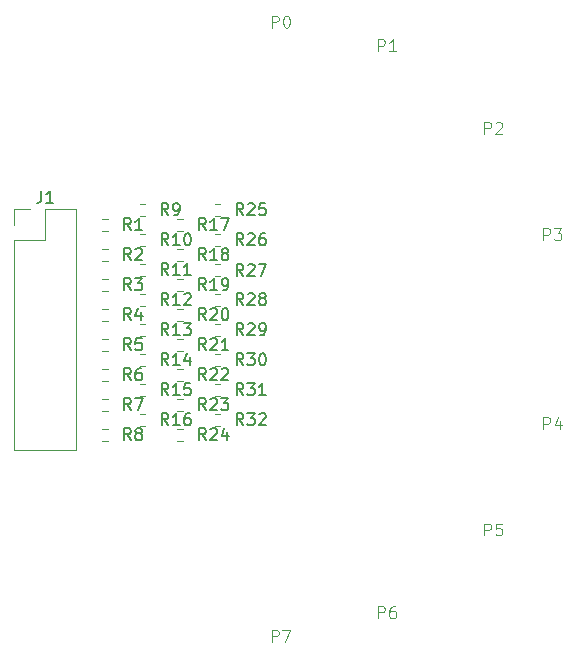
<source format=gbr>
%TF.GenerationSoftware,KiCad,Pcbnew,8.0.3*%
%TF.CreationDate,2024-07-20T13:21:27-05:00*%
%TF.ProjectId,tla_probe_sma_breakout,746c615f-7072-46f6-9265-5f736d615f62,rev?*%
%TF.SameCoordinates,Original*%
%TF.FileFunction,Legend,Top*%
%TF.FilePolarity,Positive*%
%FSLAX46Y46*%
G04 Gerber Fmt 4.6, Leading zero omitted, Abs format (unit mm)*
G04 Created by KiCad (PCBNEW 8.0.3) date 2024-07-20 13:21:27*
%MOMM*%
%LPD*%
G01*
G04 APERTURE LIST*
%ADD10C,0.100000*%
%ADD11C,0.150000*%
%ADD12C,0.120000*%
G04 APERTURE END LIST*
D10*
X132219925Y-92457419D02*
X132219925Y-91457419D01*
X132219925Y-91457419D02*
X132600877Y-91457419D01*
X132600877Y-91457419D02*
X132696115Y-91505038D01*
X132696115Y-91505038D02*
X132743734Y-91552657D01*
X132743734Y-91552657D02*
X132791353Y-91647895D01*
X132791353Y-91647895D02*
X132791353Y-91790752D01*
X132791353Y-91790752D02*
X132743734Y-91885990D01*
X132743734Y-91885990D02*
X132696115Y-91933609D01*
X132696115Y-91933609D02*
X132600877Y-91981228D01*
X132600877Y-91981228D02*
X132219925Y-91981228D01*
X133124687Y-91457419D02*
X133791353Y-91457419D01*
X133791353Y-91457419D02*
X133362782Y-92457419D01*
X141219925Y-90457419D02*
X141219925Y-89457419D01*
X141219925Y-89457419D02*
X141600877Y-89457419D01*
X141600877Y-89457419D02*
X141696115Y-89505038D01*
X141696115Y-89505038D02*
X141743734Y-89552657D01*
X141743734Y-89552657D02*
X141791353Y-89647895D01*
X141791353Y-89647895D02*
X141791353Y-89790752D01*
X141791353Y-89790752D02*
X141743734Y-89885990D01*
X141743734Y-89885990D02*
X141696115Y-89933609D01*
X141696115Y-89933609D02*
X141600877Y-89981228D01*
X141600877Y-89981228D02*
X141219925Y-89981228D01*
X142648496Y-89457419D02*
X142458020Y-89457419D01*
X142458020Y-89457419D02*
X142362782Y-89505038D01*
X142362782Y-89505038D02*
X142315163Y-89552657D01*
X142315163Y-89552657D02*
X142219925Y-89695514D01*
X142219925Y-89695514D02*
X142172306Y-89885990D01*
X142172306Y-89885990D02*
X142172306Y-90266942D01*
X142172306Y-90266942D02*
X142219925Y-90362180D01*
X142219925Y-90362180D02*
X142267544Y-90409800D01*
X142267544Y-90409800D02*
X142362782Y-90457419D01*
X142362782Y-90457419D02*
X142553258Y-90457419D01*
X142553258Y-90457419D02*
X142648496Y-90409800D01*
X142648496Y-90409800D02*
X142696115Y-90362180D01*
X142696115Y-90362180D02*
X142743734Y-90266942D01*
X142743734Y-90266942D02*
X142743734Y-90028847D01*
X142743734Y-90028847D02*
X142696115Y-89933609D01*
X142696115Y-89933609D02*
X142648496Y-89885990D01*
X142648496Y-89885990D02*
X142553258Y-89838371D01*
X142553258Y-89838371D02*
X142362782Y-89838371D01*
X142362782Y-89838371D02*
X142267544Y-89885990D01*
X142267544Y-89885990D02*
X142219925Y-89933609D01*
X142219925Y-89933609D02*
X142172306Y-90028847D01*
X150219925Y-83457419D02*
X150219925Y-82457419D01*
X150219925Y-82457419D02*
X150600877Y-82457419D01*
X150600877Y-82457419D02*
X150696115Y-82505038D01*
X150696115Y-82505038D02*
X150743734Y-82552657D01*
X150743734Y-82552657D02*
X150791353Y-82647895D01*
X150791353Y-82647895D02*
X150791353Y-82790752D01*
X150791353Y-82790752D02*
X150743734Y-82885990D01*
X150743734Y-82885990D02*
X150696115Y-82933609D01*
X150696115Y-82933609D02*
X150600877Y-82981228D01*
X150600877Y-82981228D02*
X150219925Y-82981228D01*
X151696115Y-82457419D02*
X151219925Y-82457419D01*
X151219925Y-82457419D02*
X151172306Y-82933609D01*
X151172306Y-82933609D02*
X151219925Y-82885990D01*
X151219925Y-82885990D02*
X151315163Y-82838371D01*
X151315163Y-82838371D02*
X151553258Y-82838371D01*
X151553258Y-82838371D02*
X151648496Y-82885990D01*
X151648496Y-82885990D02*
X151696115Y-82933609D01*
X151696115Y-82933609D02*
X151743734Y-83028847D01*
X151743734Y-83028847D02*
X151743734Y-83266942D01*
X151743734Y-83266942D02*
X151696115Y-83362180D01*
X151696115Y-83362180D02*
X151648496Y-83409800D01*
X151648496Y-83409800D02*
X151553258Y-83457419D01*
X151553258Y-83457419D02*
X151315163Y-83457419D01*
X151315163Y-83457419D02*
X151219925Y-83409800D01*
X151219925Y-83409800D02*
X151172306Y-83362180D01*
X155219925Y-74457419D02*
X155219925Y-73457419D01*
X155219925Y-73457419D02*
X155600877Y-73457419D01*
X155600877Y-73457419D02*
X155696115Y-73505038D01*
X155696115Y-73505038D02*
X155743734Y-73552657D01*
X155743734Y-73552657D02*
X155791353Y-73647895D01*
X155791353Y-73647895D02*
X155791353Y-73790752D01*
X155791353Y-73790752D02*
X155743734Y-73885990D01*
X155743734Y-73885990D02*
X155696115Y-73933609D01*
X155696115Y-73933609D02*
X155600877Y-73981228D01*
X155600877Y-73981228D02*
X155219925Y-73981228D01*
X156648496Y-73790752D02*
X156648496Y-74457419D01*
X156410401Y-73409800D02*
X156172306Y-74124085D01*
X156172306Y-74124085D02*
X156791353Y-74124085D01*
X155219925Y-58457419D02*
X155219925Y-57457419D01*
X155219925Y-57457419D02*
X155600877Y-57457419D01*
X155600877Y-57457419D02*
X155696115Y-57505038D01*
X155696115Y-57505038D02*
X155743734Y-57552657D01*
X155743734Y-57552657D02*
X155791353Y-57647895D01*
X155791353Y-57647895D02*
X155791353Y-57790752D01*
X155791353Y-57790752D02*
X155743734Y-57885990D01*
X155743734Y-57885990D02*
X155696115Y-57933609D01*
X155696115Y-57933609D02*
X155600877Y-57981228D01*
X155600877Y-57981228D02*
X155219925Y-57981228D01*
X156124687Y-57457419D02*
X156743734Y-57457419D01*
X156743734Y-57457419D02*
X156410401Y-57838371D01*
X156410401Y-57838371D02*
X156553258Y-57838371D01*
X156553258Y-57838371D02*
X156648496Y-57885990D01*
X156648496Y-57885990D02*
X156696115Y-57933609D01*
X156696115Y-57933609D02*
X156743734Y-58028847D01*
X156743734Y-58028847D02*
X156743734Y-58266942D01*
X156743734Y-58266942D02*
X156696115Y-58362180D01*
X156696115Y-58362180D02*
X156648496Y-58409800D01*
X156648496Y-58409800D02*
X156553258Y-58457419D01*
X156553258Y-58457419D02*
X156267544Y-58457419D01*
X156267544Y-58457419D02*
X156172306Y-58409800D01*
X156172306Y-58409800D02*
X156124687Y-58362180D01*
X150219925Y-49457419D02*
X150219925Y-48457419D01*
X150219925Y-48457419D02*
X150600877Y-48457419D01*
X150600877Y-48457419D02*
X150696115Y-48505038D01*
X150696115Y-48505038D02*
X150743734Y-48552657D01*
X150743734Y-48552657D02*
X150791353Y-48647895D01*
X150791353Y-48647895D02*
X150791353Y-48790752D01*
X150791353Y-48790752D02*
X150743734Y-48885990D01*
X150743734Y-48885990D02*
X150696115Y-48933609D01*
X150696115Y-48933609D02*
X150600877Y-48981228D01*
X150600877Y-48981228D02*
X150219925Y-48981228D01*
X151172306Y-48552657D02*
X151219925Y-48505038D01*
X151219925Y-48505038D02*
X151315163Y-48457419D01*
X151315163Y-48457419D02*
X151553258Y-48457419D01*
X151553258Y-48457419D02*
X151648496Y-48505038D01*
X151648496Y-48505038D02*
X151696115Y-48552657D01*
X151696115Y-48552657D02*
X151743734Y-48647895D01*
X151743734Y-48647895D02*
X151743734Y-48743133D01*
X151743734Y-48743133D02*
X151696115Y-48885990D01*
X151696115Y-48885990D02*
X151124687Y-49457419D01*
X151124687Y-49457419D02*
X151743734Y-49457419D01*
X141219925Y-42457419D02*
X141219925Y-41457419D01*
X141219925Y-41457419D02*
X141600877Y-41457419D01*
X141600877Y-41457419D02*
X141696115Y-41505038D01*
X141696115Y-41505038D02*
X141743734Y-41552657D01*
X141743734Y-41552657D02*
X141791353Y-41647895D01*
X141791353Y-41647895D02*
X141791353Y-41790752D01*
X141791353Y-41790752D02*
X141743734Y-41885990D01*
X141743734Y-41885990D02*
X141696115Y-41933609D01*
X141696115Y-41933609D02*
X141600877Y-41981228D01*
X141600877Y-41981228D02*
X141219925Y-41981228D01*
X142743734Y-42457419D02*
X142172306Y-42457419D01*
X142458020Y-42457419D02*
X142458020Y-41457419D01*
X142458020Y-41457419D02*
X142362782Y-41600276D01*
X142362782Y-41600276D02*
X142267544Y-41695514D01*
X142267544Y-41695514D02*
X142172306Y-41743133D01*
X132219925Y-40457419D02*
X132219925Y-39457419D01*
X132219925Y-39457419D02*
X132600877Y-39457419D01*
X132600877Y-39457419D02*
X132696115Y-39505038D01*
X132696115Y-39505038D02*
X132743734Y-39552657D01*
X132743734Y-39552657D02*
X132791353Y-39647895D01*
X132791353Y-39647895D02*
X132791353Y-39790752D01*
X132791353Y-39790752D02*
X132743734Y-39885990D01*
X132743734Y-39885990D02*
X132696115Y-39933609D01*
X132696115Y-39933609D02*
X132600877Y-39981228D01*
X132600877Y-39981228D02*
X132219925Y-39981228D01*
X133410401Y-39457419D02*
X133505639Y-39457419D01*
X133505639Y-39457419D02*
X133600877Y-39505038D01*
X133600877Y-39505038D02*
X133648496Y-39552657D01*
X133648496Y-39552657D02*
X133696115Y-39647895D01*
X133696115Y-39647895D02*
X133743734Y-39838371D01*
X133743734Y-39838371D02*
X133743734Y-40076466D01*
X133743734Y-40076466D02*
X133696115Y-40266942D01*
X133696115Y-40266942D02*
X133648496Y-40362180D01*
X133648496Y-40362180D02*
X133600877Y-40409800D01*
X133600877Y-40409800D02*
X133505639Y-40457419D01*
X133505639Y-40457419D02*
X133410401Y-40457419D01*
X133410401Y-40457419D02*
X133315163Y-40409800D01*
X133315163Y-40409800D02*
X133267544Y-40362180D01*
X133267544Y-40362180D02*
X133219925Y-40266942D01*
X133219925Y-40266942D02*
X133172306Y-40076466D01*
X133172306Y-40076466D02*
X133172306Y-39838371D01*
X133172306Y-39838371D02*
X133219925Y-39647895D01*
X133219925Y-39647895D02*
X133267544Y-39552657D01*
X133267544Y-39552657D02*
X133315163Y-39505038D01*
X133315163Y-39505038D02*
X133410401Y-39457419D01*
D11*
X129813207Y-74114819D02*
X129479874Y-73638628D01*
X129241779Y-74114819D02*
X129241779Y-73114819D01*
X129241779Y-73114819D02*
X129622731Y-73114819D01*
X129622731Y-73114819D02*
X129717969Y-73162438D01*
X129717969Y-73162438D02*
X129765588Y-73210057D01*
X129765588Y-73210057D02*
X129813207Y-73305295D01*
X129813207Y-73305295D02*
X129813207Y-73448152D01*
X129813207Y-73448152D02*
X129765588Y-73543390D01*
X129765588Y-73543390D02*
X129717969Y-73591009D01*
X129717969Y-73591009D02*
X129622731Y-73638628D01*
X129622731Y-73638628D02*
X129241779Y-73638628D01*
X130146541Y-73114819D02*
X130765588Y-73114819D01*
X130765588Y-73114819D02*
X130432255Y-73495771D01*
X130432255Y-73495771D02*
X130575112Y-73495771D01*
X130575112Y-73495771D02*
X130670350Y-73543390D01*
X130670350Y-73543390D02*
X130717969Y-73591009D01*
X130717969Y-73591009D02*
X130765588Y-73686247D01*
X130765588Y-73686247D02*
X130765588Y-73924342D01*
X130765588Y-73924342D02*
X130717969Y-74019580D01*
X130717969Y-74019580D02*
X130670350Y-74067200D01*
X130670350Y-74067200D02*
X130575112Y-74114819D01*
X130575112Y-74114819D02*
X130289398Y-74114819D01*
X130289398Y-74114819D02*
X130194160Y-74067200D01*
X130194160Y-74067200D02*
X130146541Y-74019580D01*
X131146541Y-73210057D02*
X131194160Y-73162438D01*
X131194160Y-73162438D02*
X131289398Y-73114819D01*
X131289398Y-73114819D02*
X131527493Y-73114819D01*
X131527493Y-73114819D02*
X131622731Y-73162438D01*
X131622731Y-73162438D02*
X131670350Y-73210057D01*
X131670350Y-73210057D02*
X131717969Y-73305295D01*
X131717969Y-73305295D02*
X131717969Y-73400533D01*
X131717969Y-73400533D02*
X131670350Y-73543390D01*
X131670350Y-73543390D02*
X131098922Y-74114819D01*
X131098922Y-74114819D02*
X131717969Y-74114819D01*
X129813207Y-71574819D02*
X129479874Y-71098628D01*
X129241779Y-71574819D02*
X129241779Y-70574819D01*
X129241779Y-70574819D02*
X129622731Y-70574819D01*
X129622731Y-70574819D02*
X129717969Y-70622438D01*
X129717969Y-70622438D02*
X129765588Y-70670057D01*
X129765588Y-70670057D02*
X129813207Y-70765295D01*
X129813207Y-70765295D02*
X129813207Y-70908152D01*
X129813207Y-70908152D02*
X129765588Y-71003390D01*
X129765588Y-71003390D02*
X129717969Y-71051009D01*
X129717969Y-71051009D02*
X129622731Y-71098628D01*
X129622731Y-71098628D02*
X129241779Y-71098628D01*
X130146541Y-70574819D02*
X130765588Y-70574819D01*
X130765588Y-70574819D02*
X130432255Y-70955771D01*
X130432255Y-70955771D02*
X130575112Y-70955771D01*
X130575112Y-70955771D02*
X130670350Y-71003390D01*
X130670350Y-71003390D02*
X130717969Y-71051009D01*
X130717969Y-71051009D02*
X130765588Y-71146247D01*
X130765588Y-71146247D02*
X130765588Y-71384342D01*
X130765588Y-71384342D02*
X130717969Y-71479580D01*
X130717969Y-71479580D02*
X130670350Y-71527200D01*
X130670350Y-71527200D02*
X130575112Y-71574819D01*
X130575112Y-71574819D02*
X130289398Y-71574819D01*
X130289398Y-71574819D02*
X130194160Y-71527200D01*
X130194160Y-71527200D02*
X130146541Y-71479580D01*
X131717969Y-71574819D02*
X131146541Y-71574819D01*
X131432255Y-71574819D02*
X131432255Y-70574819D01*
X131432255Y-70574819D02*
X131337017Y-70717676D01*
X131337017Y-70717676D02*
X131241779Y-70812914D01*
X131241779Y-70812914D02*
X131146541Y-70860533D01*
X129813207Y-69034819D02*
X129479874Y-68558628D01*
X129241779Y-69034819D02*
X129241779Y-68034819D01*
X129241779Y-68034819D02*
X129622731Y-68034819D01*
X129622731Y-68034819D02*
X129717969Y-68082438D01*
X129717969Y-68082438D02*
X129765588Y-68130057D01*
X129765588Y-68130057D02*
X129813207Y-68225295D01*
X129813207Y-68225295D02*
X129813207Y-68368152D01*
X129813207Y-68368152D02*
X129765588Y-68463390D01*
X129765588Y-68463390D02*
X129717969Y-68511009D01*
X129717969Y-68511009D02*
X129622731Y-68558628D01*
X129622731Y-68558628D02*
X129241779Y-68558628D01*
X130146541Y-68034819D02*
X130765588Y-68034819D01*
X130765588Y-68034819D02*
X130432255Y-68415771D01*
X130432255Y-68415771D02*
X130575112Y-68415771D01*
X130575112Y-68415771D02*
X130670350Y-68463390D01*
X130670350Y-68463390D02*
X130717969Y-68511009D01*
X130717969Y-68511009D02*
X130765588Y-68606247D01*
X130765588Y-68606247D02*
X130765588Y-68844342D01*
X130765588Y-68844342D02*
X130717969Y-68939580D01*
X130717969Y-68939580D02*
X130670350Y-68987200D01*
X130670350Y-68987200D02*
X130575112Y-69034819D01*
X130575112Y-69034819D02*
X130289398Y-69034819D01*
X130289398Y-69034819D02*
X130194160Y-68987200D01*
X130194160Y-68987200D02*
X130146541Y-68939580D01*
X131384636Y-68034819D02*
X131479874Y-68034819D01*
X131479874Y-68034819D02*
X131575112Y-68082438D01*
X131575112Y-68082438D02*
X131622731Y-68130057D01*
X131622731Y-68130057D02*
X131670350Y-68225295D01*
X131670350Y-68225295D02*
X131717969Y-68415771D01*
X131717969Y-68415771D02*
X131717969Y-68653866D01*
X131717969Y-68653866D02*
X131670350Y-68844342D01*
X131670350Y-68844342D02*
X131622731Y-68939580D01*
X131622731Y-68939580D02*
X131575112Y-68987200D01*
X131575112Y-68987200D02*
X131479874Y-69034819D01*
X131479874Y-69034819D02*
X131384636Y-69034819D01*
X131384636Y-69034819D02*
X131289398Y-68987200D01*
X131289398Y-68987200D02*
X131241779Y-68939580D01*
X131241779Y-68939580D02*
X131194160Y-68844342D01*
X131194160Y-68844342D02*
X131146541Y-68653866D01*
X131146541Y-68653866D02*
X131146541Y-68415771D01*
X131146541Y-68415771D02*
X131194160Y-68225295D01*
X131194160Y-68225295D02*
X131241779Y-68130057D01*
X131241779Y-68130057D02*
X131289398Y-68082438D01*
X131289398Y-68082438D02*
X131384636Y-68034819D01*
X129813207Y-66494819D02*
X129479874Y-66018628D01*
X129241779Y-66494819D02*
X129241779Y-65494819D01*
X129241779Y-65494819D02*
X129622731Y-65494819D01*
X129622731Y-65494819D02*
X129717969Y-65542438D01*
X129717969Y-65542438D02*
X129765588Y-65590057D01*
X129765588Y-65590057D02*
X129813207Y-65685295D01*
X129813207Y-65685295D02*
X129813207Y-65828152D01*
X129813207Y-65828152D02*
X129765588Y-65923390D01*
X129765588Y-65923390D02*
X129717969Y-65971009D01*
X129717969Y-65971009D02*
X129622731Y-66018628D01*
X129622731Y-66018628D02*
X129241779Y-66018628D01*
X130194160Y-65590057D02*
X130241779Y-65542438D01*
X130241779Y-65542438D02*
X130337017Y-65494819D01*
X130337017Y-65494819D02*
X130575112Y-65494819D01*
X130575112Y-65494819D02*
X130670350Y-65542438D01*
X130670350Y-65542438D02*
X130717969Y-65590057D01*
X130717969Y-65590057D02*
X130765588Y-65685295D01*
X130765588Y-65685295D02*
X130765588Y-65780533D01*
X130765588Y-65780533D02*
X130717969Y-65923390D01*
X130717969Y-65923390D02*
X130146541Y-66494819D01*
X130146541Y-66494819D02*
X130765588Y-66494819D01*
X131241779Y-66494819D02*
X131432255Y-66494819D01*
X131432255Y-66494819D02*
X131527493Y-66447200D01*
X131527493Y-66447200D02*
X131575112Y-66399580D01*
X131575112Y-66399580D02*
X131670350Y-66256723D01*
X131670350Y-66256723D02*
X131717969Y-66066247D01*
X131717969Y-66066247D02*
X131717969Y-65685295D01*
X131717969Y-65685295D02*
X131670350Y-65590057D01*
X131670350Y-65590057D02*
X131622731Y-65542438D01*
X131622731Y-65542438D02*
X131527493Y-65494819D01*
X131527493Y-65494819D02*
X131337017Y-65494819D01*
X131337017Y-65494819D02*
X131241779Y-65542438D01*
X131241779Y-65542438D02*
X131194160Y-65590057D01*
X131194160Y-65590057D02*
X131146541Y-65685295D01*
X131146541Y-65685295D02*
X131146541Y-65923390D01*
X131146541Y-65923390D02*
X131194160Y-66018628D01*
X131194160Y-66018628D02*
X131241779Y-66066247D01*
X131241779Y-66066247D02*
X131337017Y-66113866D01*
X131337017Y-66113866D02*
X131527493Y-66113866D01*
X131527493Y-66113866D02*
X131622731Y-66066247D01*
X131622731Y-66066247D02*
X131670350Y-66018628D01*
X131670350Y-66018628D02*
X131717969Y-65923390D01*
X129813207Y-63954819D02*
X129479874Y-63478628D01*
X129241779Y-63954819D02*
X129241779Y-62954819D01*
X129241779Y-62954819D02*
X129622731Y-62954819D01*
X129622731Y-62954819D02*
X129717969Y-63002438D01*
X129717969Y-63002438D02*
X129765588Y-63050057D01*
X129765588Y-63050057D02*
X129813207Y-63145295D01*
X129813207Y-63145295D02*
X129813207Y-63288152D01*
X129813207Y-63288152D02*
X129765588Y-63383390D01*
X129765588Y-63383390D02*
X129717969Y-63431009D01*
X129717969Y-63431009D02*
X129622731Y-63478628D01*
X129622731Y-63478628D02*
X129241779Y-63478628D01*
X130194160Y-63050057D02*
X130241779Y-63002438D01*
X130241779Y-63002438D02*
X130337017Y-62954819D01*
X130337017Y-62954819D02*
X130575112Y-62954819D01*
X130575112Y-62954819D02*
X130670350Y-63002438D01*
X130670350Y-63002438D02*
X130717969Y-63050057D01*
X130717969Y-63050057D02*
X130765588Y-63145295D01*
X130765588Y-63145295D02*
X130765588Y-63240533D01*
X130765588Y-63240533D02*
X130717969Y-63383390D01*
X130717969Y-63383390D02*
X130146541Y-63954819D01*
X130146541Y-63954819D02*
X130765588Y-63954819D01*
X131337017Y-63383390D02*
X131241779Y-63335771D01*
X131241779Y-63335771D02*
X131194160Y-63288152D01*
X131194160Y-63288152D02*
X131146541Y-63192914D01*
X131146541Y-63192914D02*
X131146541Y-63145295D01*
X131146541Y-63145295D02*
X131194160Y-63050057D01*
X131194160Y-63050057D02*
X131241779Y-63002438D01*
X131241779Y-63002438D02*
X131337017Y-62954819D01*
X131337017Y-62954819D02*
X131527493Y-62954819D01*
X131527493Y-62954819D02*
X131622731Y-63002438D01*
X131622731Y-63002438D02*
X131670350Y-63050057D01*
X131670350Y-63050057D02*
X131717969Y-63145295D01*
X131717969Y-63145295D02*
X131717969Y-63192914D01*
X131717969Y-63192914D02*
X131670350Y-63288152D01*
X131670350Y-63288152D02*
X131622731Y-63335771D01*
X131622731Y-63335771D02*
X131527493Y-63383390D01*
X131527493Y-63383390D02*
X131337017Y-63383390D01*
X131337017Y-63383390D02*
X131241779Y-63431009D01*
X131241779Y-63431009D02*
X131194160Y-63478628D01*
X131194160Y-63478628D02*
X131146541Y-63573866D01*
X131146541Y-63573866D02*
X131146541Y-63764342D01*
X131146541Y-63764342D02*
X131194160Y-63859580D01*
X131194160Y-63859580D02*
X131241779Y-63907200D01*
X131241779Y-63907200D02*
X131337017Y-63954819D01*
X131337017Y-63954819D02*
X131527493Y-63954819D01*
X131527493Y-63954819D02*
X131622731Y-63907200D01*
X131622731Y-63907200D02*
X131670350Y-63859580D01*
X131670350Y-63859580D02*
X131717969Y-63764342D01*
X131717969Y-63764342D02*
X131717969Y-63573866D01*
X131717969Y-63573866D02*
X131670350Y-63478628D01*
X131670350Y-63478628D02*
X131622731Y-63431009D01*
X131622731Y-63431009D02*
X131527493Y-63383390D01*
X129813207Y-61474819D02*
X129479874Y-60998628D01*
X129241779Y-61474819D02*
X129241779Y-60474819D01*
X129241779Y-60474819D02*
X129622731Y-60474819D01*
X129622731Y-60474819D02*
X129717969Y-60522438D01*
X129717969Y-60522438D02*
X129765588Y-60570057D01*
X129765588Y-60570057D02*
X129813207Y-60665295D01*
X129813207Y-60665295D02*
X129813207Y-60808152D01*
X129813207Y-60808152D02*
X129765588Y-60903390D01*
X129765588Y-60903390D02*
X129717969Y-60951009D01*
X129717969Y-60951009D02*
X129622731Y-60998628D01*
X129622731Y-60998628D02*
X129241779Y-60998628D01*
X130194160Y-60570057D02*
X130241779Y-60522438D01*
X130241779Y-60522438D02*
X130337017Y-60474819D01*
X130337017Y-60474819D02*
X130575112Y-60474819D01*
X130575112Y-60474819D02*
X130670350Y-60522438D01*
X130670350Y-60522438D02*
X130717969Y-60570057D01*
X130717969Y-60570057D02*
X130765588Y-60665295D01*
X130765588Y-60665295D02*
X130765588Y-60760533D01*
X130765588Y-60760533D02*
X130717969Y-60903390D01*
X130717969Y-60903390D02*
X130146541Y-61474819D01*
X130146541Y-61474819D02*
X130765588Y-61474819D01*
X131098922Y-60474819D02*
X131765588Y-60474819D01*
X131765588Y-60474819D02*
X131337017Y-61474819D01*
X129813207Y-58874819D02*
X129479874Y-58398628D01*
X129241779Y-58874819D02*
X129241779Y-57874819D01*
X129241779Y-57874819D02*
X129622731Y-57874819D01*
X129622731Y-57874819D02*
X129717969Y-57922438D01*
X129717969Y-57922438D02*
X129765588Y-57970057D01*
X129765588Y-57970057D02*
X129813207Y-58065295D01*
X129813207Y-58065295D02*
X129813207Y-58208152D01*
X129813207Y-58208152D02*
X129765588Y-58303390D01*
X129765588Y-58303390D02*
X129717969Y-58351009D01*
X129717969Y-58351009D02*
X129622731Y-58398628D01*
X129622731Y-58398628D02*
X129241779Y-58398628D01*
X130194160Y-57970057D02*
X130241779Y-57922438D01*
X130241779Y-57922438D02*
X130337017Y-57874819D01*
X130337017Y-57874819D02*
X130575112Y-57874819D01*
X130575112Y-57874819D02*
X130670350Y-57922438D01*
X130670350Y-57922438D02*
X130717969Y-57970057D01*
X130717969Y-57970057D02*
X130765588Y-58065295D01*
X130765588Y-58065295D02*
X130765588Y-58160533D01*
X130765588Y-58160533D02*
X130717969Y-58303390D01*
X130717969Y-58303390D02*
X130146541Y-58874819D01*
X130146541Y-58874819D02*
X130765588Y-58874819D01*
X131622731Y-57874819D02*
X131432255Y-57874819D01*
X131432255Y-57874819D02*
X131337017Y-57922438D01*
X131337017Y-57922438D02*
X131289398Y-57970057D01*
X131289398Y-57970057D02*
X131194160Y-58112914D01*
X131194160Y-58112914D02*
X131146541Y-58303390D01*
X131146541Y-58303390D02*
X131146541Y-58684342D01*
X131146541Y-58684342D02*
X131194160Y-58779580D01*
X131194160Y-58779580D02*
X131241779Y-58827200D01*
X131241779Y-58827200D02*
X131337017Y-58874819D01*
X131337017Y-58874819D02*
X131527493Y-58874819D01*
X131527493Y-58874819D02*
X131622731Y-58827200D01*
X131622731Y-58827200D02*
X131670350Y-58779580D01*
X131670350Y-58779580D02*
X131717969Y-58684342D01*
X131717969Y-58684342D02*
X131717969Y-58446247D01*
X131717969Y-58446247D02*
X131670350Y-58351009D01*
X131670350Y-58351009D02*
X131622731Y-58303390D01*
X131622731Y-58303390D02*
X131527493Y-58255771D01*
X131527493Y-58255771D02*
X131337017Y-58255771D01*
X131337017Y-58255771D02*
X131241779Y-58303390D01*
X131241779Y-58303390D02*
X131194160Y-58351009D01*
X131194160Y-58351009D02*
X131146541Y-58446247D01*
X129813207Y-56334819D02*
X129479874Y-55858628D01*
X129241779Y-56334819D02*
X129241779Y-55334819D01*
X129241779Y-55334819D02*
X129622731Y-55334819D01*
X129622731Y-55334819D02*
X129717969Y-55382438D01*
X129717969Y-55382438D02*
X129765588Y-55430057D01*
X129765588Y-55430057D02*
X129813207Y-55525295D01*
X129813207Y-55525295D02*
X129813207Y-55668152D01*
X129813207Y-55668152D02*
X129765588Y-55763390D01*
X129765588Y-55763390D02*
X129717969Y-55811009D01*
X129717969Y-55811009D02*
X129622731Y-55858628D01*
X129622731Y-55858628D02*
X129241779Y-55858628D01*
X130194160Y-55430057D02*
X130241779Y-55382438D01*
X130241779Y-55382438D02*
X130337017Y-55334819D01*
X130337017Y-55334819D02*
X130575112Y-55334819D01*
X130575112Y-55334819D02*
X130670350Y-55382438D01*
X130670350Y-55382438D02*
X130717969Y-55430057D01*
X130717969Y-55430057D02*
X130765588Y-55525295D01*
X130765588Y-55525295D02*
X130765588Y-55620533D01*
X130765588Y-55620533D02*
X130717969Y-55763390D01*
X130717969Y-55763390D02*
X130146541Y-56334819D01*
X130146541Y-56334819D02*
X130765588Y-56334819D01*
X131670350Y-55334819D02*
X131194160Y-55334819D01*
X131194160Y-55334819D02*
X131146541Y-55811009D01*
X131146541Y-55811009D02*
X131194160Y-55763390D01*
X131194160Y-55763390D02*
X131289398Y-55715771D01*
X131289398Y-55715771D02*
X131527493Y-55715771D01*
X131527493Y-55715771D02*
X131622731Y-55763390D01*
X131622731Y-55763390D02*
X131670350Y-55811009D01*
X131670350Y-55811009D02*
X131717969Y-55906247D01*
X131717969Y-55906247D02*
X131717969Y-56144342D01*
X131717969Y-56144342D02*
X131670350Y-56239580D01*
X131670350Y-56239580D02*
X131622731Y-56287200D01*
X131622731Y-56287200D02*
X131527493Y-56334819D01*
X131527493Y-56334819D02*
X131289398Y-56334819D01*
X131289398Y-56334819D02*
X131194160Y-56287200D01*
X131194160Y-56287200D02*
X131146541Y-56239580D01*
X123463207Y-74114819D02*
X123129874Y-73638628D01*
X122891779Y-74114819D02*
X122891779Y-73114819D01*
X122891779Y-73114819D02*
X123272731Y-73114819D01*
X123272731Y-73114819D02*
X123367969Y-73162438D01*
X123367969Y-73162438D02*
X123415588Y-73210057D01*
X123415588Y-73210057D02*
X123463207Y-73305295D01*
X123463207Y-73305295D02*
X123463207Y-73448152D01*
X123463207Y-73448152D02*
X123415588Y-73543390D01*
X123415588Y-73543390D02*
X123367969Y-73591009D01*
X123367969Y-73591009D02*
X123272731Y-73638628D01*
X123272731Y-73638628D02*
X122891779Y-73638628D01*
X124415588Y-74114819D02*
X123844160Y-74114819D01*
X124129874Y-74114819D02*
X124129874Y-73114819D01*
X124129874Y-73114819D02*
X124034636Y-73257676D01*
X124034636Y-73257676D02*
X123939398Y-73352914D01*
X123939398Y-73352914D02*
X123844160Y-73400533D01*
X125272731Y-73114819D02*
X125082255Y-73114819D01*
X125082255Y-73114819D02*
X124987017Y-73162438D01*
X124987017Y-73162438D02*
X124939398Y-73210057D01*
X124939398Y-73210057D02*
X124844160Y-73352914D01*
X124844160Y-73352914D02*
X124796541Y-73543390D01*
X124796541Y-73543390D02*
X124796541Y-73924342D01*
X124796541Y-73924342D02*
X124844160Y-74019580D01*
X124844160Y-74019580D02*
X124891779Y-74067200D01*
X124891779Y-74067200D02*
X124987017Y-74114819D01*
X124987017Y-74114819D02*
X125177493Y-74114819D01*
X125177493Y-74114819D02*
X125272731Y-74067200D01*
X125272731Y-74067200D02*
X125320350Y-74019580D01*
X125320350Y-74019580D02*
X125367969Y-73924342D01*
X125367969Y-73924342D02*
X125367969Y-73686247D01*
X125367969Y-73686247D02*
X125320350Y-73591009D01*
X125320350Y-73591009D02*
X125272731Y-73543390D01*
X125272731Y-73543390D02*
X125177493Y-73495771D01*
X125177493Y-73495771D02*
X124987017Y-73495771D01*
X124987017Y-73495771D02*
X124891779Y-73543390D01*
X124891779Y-73543390D02*
X124844160Y-73591009D01*
X124844160Y-73591009D02*
X124796541Y-73686247D01*
X123463207Y-71574819D02*
X123129874Y-71098628D01*
X122891779Y-71574819D02*
X122891779Y-70574819D01*
X122891779Y-70574819D02*
X123272731Y-70574819D01*
X123272731Y-70574819D02*
X123367969Y-70622438D01*
X123367969Y-70622438D02*
X123415588Y-70670057D01*
X123415588Y-70670057D02*
X123463207Y-70765295D01*
X123463207Y-70765295D02*
X123463207Y-70908152D01*
X123463207Y-70908152D02*
X123415588Y-71003390D01*
X123415588Y-71003390D02*
X123367969Y-71051009D01*
X123367969Y-71051009D02*
X123272731Y-71098628D01*
X123272731Y-71098628D02*
X122891779Y-71098628D01*
X124415588Y-71574819D02*
X123844160Y-71574819D01*
X124129874Y-71574819D02*
X124129874Y-70574819D01*
X124129874Y-70574819D02*
X124034636Y-70717676D01*
X124034636Y-70717676D02*
X123939398Y-70812914D01*
X123939398Y-70812914D02*
X123844160Y-70860533D01*
X125320350Y-70574819D02*
X124844160Y-70574819D01*
X124844160Y-70574819D02*
X124796541Y-71051009D01*
X124796541Y-71051009D02*
X124844160Y-71003390D01*
X124844160Y-71003390D02*
X124939398Y-70955771D01*
X124939398Y-70955771D02*
X125177493Y-70955771D01*
X125177493Y-70955771D02*
X125272731Y-71003390D01*
X125272731Y-71003390D02*
X125320350Y-71051009D01*
X125320350Y-71051009D02*
X125367969Y-71146247D01*
X125367969Y-71146247D02*
X125367969Y-71384342D01*
X125367969Y-71384342D02*
X125320350Y-71479580D01*
X125320350Y-71479580D02*
X125272731Y-71527200D01*
X125272731Y-71527200D02*
X125177493Y-71574819D01*
X125177493Y-71574819D02*
X124939398Y-71574819D01*
X124939398Y-71574819D02*
X124844160Y-71527200D01*
X124844160Y-71527200D02*
X124796541Y-71479580D01*
X123463207Y-69034819D02*
X123129874Y-68558628D01*
X122891779Y-69034819D02*
X122891779Y-68034819D01*
X122891779Y-68034819D02*
X123272731Y-68034819D01*
X123272731Y-68034819D02*
X123367969Y-68082438D01*
X123367969Y-68082438D02*
X123415588Y-68130057D01*
X123415588Y-68130057D02*
X123463207Y-68225295D01*
X123463207Y-68225295D02*
X123463207Y-68368152D01*
X123463207Y-68368152D02*
X123415588Y-68463390D01*
X123415588Y-68463390D02*
X123367969Y-68511009D01*
X123367969Y-68511009D02*
X123272731Y-68558628D01*
X123272731Y-68558628D02*
X122891779Y-68558628D01*
X124415588Y-69034819D02*
X123844160Y-69034819D01*
X124129874Y-69034819D02*
X124129874Y-68034819D01*
X124129874Y-68034819D02*
X124034636Y-68177676D01*
X124034636Y-68177676D02*
X123939398Y-68272914D01*
X123939398Y-68272914D02*
X123844160Y-68320533D01*
X125272731Y-68368152D02*
X125272731Y-69034819D01*
X125034636Y-67987200D02*
X124796541Y-68701485D01*
X124796541Y-68701485D02*
X125415588Y-68701485D01*
X123463207Y-66494819D02*
X123129874Y-66018628D01*
X122891779Y-66494819D02*
X122891779Y-65494819D01*
X122891779Y-65494819D02*
X123272731Y-65494819D01*
X123272731Y-65494819D02*
X123367969Y-65542438D01*
X123367969Y-65542438D02*
X123415588Y-65590057D01*
X123415588Y-65590057D02*
X123463207Y-65685295D01*
X123463207Y-65685295D02*
X123463207Y-65828152D01*
X123463207Y-65828152D02*
X123415588Y-65923390D01*
X123415588Y-65923390D02*
X123367969Y-65971009D01*
X123367969Y-65971009D02*
X123272731Y-66018628D01*
X123272731Y-66018628D02*
X122891779Y-66018628D01*
X124415588Y-66494819D02*
X123844160Y-66494819D01*
X124129874Y-66494819D02*
X124129874Y-65494819D01*
X124129874Y-65494819D02*
X124034636Y-65637676D01*
X124034636Y-65637676D02*
X123939398Y-65732914D01*
X123939398Y-65732914D02*
X123844160Y-65780533D01*
X124748922Y-65494819D02*
X125367969Y-65494819D01*
X125367969Y-65494819D02*
X125034636Y-65875771D01*
X125034636Y-65875771D02*
X125177493Y-65875771D01*
X125177493Y-65875771D02*
X125272731Y-65923390D01*
X125272731Y-65923390D02*
X125320350Y-65971009D01*
X125320350Y-65971009D02*
X125367969Y-66066247D01*
X125367969Y-66066247D02*
X125367969Y-66304342D01*
X125367969Y-66304342D02*
X125320350Y-66399580D01*
X125320350Y-66399580D02*
X125272731Y-66447200D01*
X125272731Y-66447200D02*
X125177493Y-66494819D01*
X125177493Y-66494819D02*
X124891779Y-66494819D01*
X124891779Y-66494819D02*
X124796541Y-66447200D01*
X124796541Y-66447200D02*
X124748922Y-66399580D01*
X123463207Y-63954819D02*
X123129874Y-63478628D01*
X122891779Y-63954819D02*
X122891779Y-62954819D01*
X122891779Y-62954819D02*
X123272731Y-62954819D01*
X123272731Y-62954819D02*
X123367969Y-63002438D01*
X123367969Y-63002438D02*
X123415588Y-63050057D01*
X123415588Y-63050057D02*
X123463207Y-63145295D01*
X123463207Y-63145295D02*
X123463207Y-63288152D01*
X123463207Y-63288152D02*
X123415588Y-63383390D01*
X123415588Y-63383390D02*
X123367969Y-63431009D01*
X123367969Y-63431009D02*
X123272731Y-63478628D01*
X123272731Y-63478628D02*
X122891779Y-63478628D01*
X124415588Y-63954819D02*
X123844160Y-63954819D01*
X124129874Y-63954819D02*
X124129874Y-62954819D01*
X124129874Y-62954819D02*
X124034636Y-63097676D01*
X124034636Y-63097676D02*
X123939398Y-63192914D01*
X123939398Y-63192914D02*
X123844160Y-63240533D01*
X124796541Y-63050057D02*
X124844160Y-63002438D01*
X124844160Y-63002438D02*
X124939398Y-62954819D01*
X124939398Y-62954819D02*
X125177493Y-62954819D01*
X125177493Y-62954819D02*
X125272731Y-63002438D01*
X125272731Y-63002438D02*
X125320350Y-63050057D01*
X125320350Y-63050057D02*
X125367969Y-63145295D01*
X125367969Y-63145295D02*
X125367969Y-63240533D01*
X125367969Y-63240533D02*
X125320350Y-63383390D01*
X125320350Y-63383390D02*
X124748922Y-63954819D01*
X124748922Y-63954819D02*
X125367969Y-63954819D01*
X123463207Y-61414819D02*
X123129874Y-60938628D01*
X122891779Y-61414819D02*
X122891779Y-60414819D01*
X122891779Y-60414819D02*
X123272731Y-60414819D01*
X123272731Y-60414819D02*
X123367969Y-60462438D01*
X123367969Y-60462438D02*
X123415588Y-60510057D01*
X123415588Y-60510057D02*
X123463207Y-60605295D01*
X123463207Y-60605295D02*
X123463207Y-60748152D01*
X123463207Y-60748152D02*
X123415588Y-60843390D01*
X123415588Y-60843390D02*
X123367969Y-60891009D01*
X123367969Y-60891009D02*
X123272731Y-60938628D01*
X123272731Y-60938628D02*
X122891779Y-60938628D01*
X124415588Y-61414819D02*
X123844160Y-61414819D01*
X124129874Y-61414819D02*
X124129874Y-60414819D01*
X124129874Y-60414819D02*
X124034636Y-60557676D01*
X124034636Y-60557676D02*
X123939398Y-60652914D01*
X123939398Y-60652914D02*
X123844160Y-60700533D01*
X125367969Y-61414819D02*
X124796541Y-61414819D01*
X125082255Y-61414819D02*
X125082255Y-60414819D01*
X125082255Y-60414819D02*
X124987017Y-60557676D01*
X124987017Y-60557676D02*
X124891779Y-60652914D01*
X124891779Y-60652914D02*
X124796541Y-60700533D01*
X123463207Y-58874819D02*
X123129874Y-58398628D01*
X122891779Y-58874819D02*
X122891779Y-57874819D01*
X122891779Y-57874819D02*
X123272731Y-57874819D01*
X123272731Y-57874819D02*
X123367969Y-57922438D01*
X123367969Y-57922438D02*
X123415588Y-57970057D01*
X123415588Y-57970057D02*
X123463207Y-58065295D01*
X123463207Y-58065295D02*
X123463207Y-58208152D01*
X123463207Y-58208152D02*
X123415588Y-58303390D01*
X123415588Y-58303390D02*
X123367969Y-58351009D01*
X123367969Y-58351009D02*
X123272731Y-58398628D01*
X123272731Y-58398628D02*
X122891779Y-58398628D01*
X124415588Y-58874819D02*
X123844160Y-58874819D01*
X124129874Y-58874819D02*
X124129874Y-57874819D01*
X124129874Y-57874819D02*
X124034636Y-58017676D01*
X124034636Y-58017676D02*
X123939398Y-58112914D01*
X123939398Y-58112914D02*
X123844160Y-58160533D01*
X125034636Y-57874819D02*
X125129874Y-57874819D01*
X125129874Y-57874819D02*
X125225112Y-57922438D01*
X125225112Y-57922438D02*
X125272731Y-57970057D01*
X125272731Y-57970057D02*
X125320350Y-58065295D01*
X125320350Y-58065295D02*
X125367969Y-58255771D01*
X125367969Y-58255771D02*
X125367969Y-58493866D01*
X125367969Y-58493866D02*
X125320350Y-58684342D01*
X125320350Y-58684342D02*
X125272731Y-58779580D01*
X125272731Y-58779580D02*
X125225112Y-58827200D01*
X125225112Y-58827200D02*
X125129874Y-58874819D01*
X125129874Y-58874819D02*
X125034636Y-58874819D01*
X125034636Y-58874819D02*
X124939398Y-58827200D01*
X124939398Y-58827200D02*
X124891779Y-58779580D01*
X124891779Y-58779580D02*
X124844160Y-58684342D01*
X124844160Y-58684342D02*
X124796541Y-58493866D01*
X124796541Y-58493866D02*
X124796541Y-58255771D01*
X124796541Y-58255771D02*
X124844160Y-58065295D01*
X124844160Y-58065295D02*
X124891779Y-57970057D01*
X124891779Y-57970057D02*
X124939398Y-57922438D01*
X124939398Y-57922438D02*
X125034636Y-57874819D01*
X126638207Y-75384819D02*
X126304874Y-74908628D01*
X126066779Y-75384819D02*
X126066779Y-74384819D01*
X126066779Y-74384819D02*
X126447731Y-74384819D01*
X126447731Y-74384819D02*
X126542969Y-74432438D01*
X126542969Y-74432438D02*
X126590588Y-74480057D01*
X126590588Y-74480057D02*
X126638207Y-74575295D01*
X126638207Y-74575295D02*
X126638207Y-74718152D01*
X126638207Y-74718152D02*
X126590588Y-74813390D01*
X126590588Y-74813390D02*
X126542969Y-74861009D01*
X126542969Y-74861009D02*
X126447731Y-74908628D01*
X126447731Y-74908628D02*
X126066779Y-74908628D01*
X127019160Y-74480057D02*
X127066779Y-74432438D01*
X127066779Y-74432438D02*
X127162017Y-74384819D01*
X127162017Y-74384819D02*
X127400112Y-74384819D01*
X127400112Y-74384819D02*
X127495350Y-74432438D01*
X127495350Y-74432438D02*
X127542969Y-74480057D01*
X127542969Y-74480057D02*
X127590588Y-74575295D01*
X127590588Y-74575295D02*
X127590588Y-74670533D01*
X127590588Y-74670533D02*
X127542969Y-74813390D01*
X127542969Y-74813390D02*
X126971541Y-75384819D01*
X126971541Y-75384819D02*
X127590588Y-75384819D01*
X128447731Y-74718152D02*
X128447731Y-75384819D01*
X128209636Y-74337200D02*
X127971541Y-75051485D01*
X127971541Y-75051485D02*
X128590588Y-75051485D01*
X126638207Y-72844819D02*
X126304874Y-72368628D01*
X126066779Y-72844819D02*
X126066779Y-71844819D01*
X126066779Y-71844819D02*
X126447731Y-71844819D01*
X126447731Y-71844819D02*
X126542969Y-71892438D01*
X126542969Y-71892438D02*
X126590588Y-71940057D01*
X126590588Y-71940057D02*
X126638207Y-72035295D01*
X126638207Y-72035295D02*
X126638207Y-72178152D01*
X126638207Y-72178152D02*
X126590588Y-72273390D01*
X126590588Y-72273390D02*
X126542969Y-72321009D01*
X126542969Y-72321009D02*
X126447731Y-72368628D01*
X126447731Y-72368628D02*
X126066779Y-72368628D01*
X127019160Y-71940057D02*
X127066779Y-71892438D01*
X127066779Y-71892438D02*
X127162017Y-71844819D01*
X127162017Y-71844819D02*
X127400112Y-71844819D01*
X127400112Y-71844819D02*
X127495350Y-71892438D01*
X127495350Y-71892438D02*
X127542969Y-71940057D01*
X127542969Y-71940057D02*
X127590588Y-72035295D01*
X127590588Y-72035295D02*
X127590588Y-72130533D01*
X127590588Y-72130533D02*
X127542969Y-72273390D01*
X127542969Y-72273390D02*
X126971541Y-72844819D01*
X126971541Y-72844819D02*
X127590588Y-72844819D01*
X127923922Y-71844819D02*
X128542969Y-71844819D01*
X128542969Y-71844819D02*
X128209636Y-72225771D01*
X128209636Y-72225771D02*
X128352493Y-72225771D01*
X128352493Y-72225771D02*
X128447731Y-72273390D01*
X128447731Y-72273390D02*
X128495350Y-72321009D01*
X128495350Y-72321009D02*
X128542969Y-72416247D01*
X128542969Y-72416247D02*
X128542969Y-72654342D01*
X128542969Y-72654342D02*
X128495350Y-72749580D01*
X128495350Y-72749580D02*
X128447731Y-72797200D01*
X128447731Y-72797200D02*
X128352493Y-72844819D01*
X128352493Y-72844819D02*
X128066779Y-72844819D01*
X128066779Y-72844819D02*
X127971541Y-72797200D01*
X127971541Y-72797200D02*
X127923922Y-72749580D01*
X126638207Y-70304819D02*
X126304874Y-69828628D01*
X126066779Y-70304819D02*
X126066779Y-69304819D01*
X126066779Y-69304819D02*
X126447731Y-69304819D01*
X126447731Y-69304819D02*
X126542969Y-69352438D01*
X126542969Y-69352438D02*
X126590588Y-69400057D01*
X126590588Y-69400057D02*
X126638207Y-69495295D01*
X126638207Y-69495295D02*
X126638207Y-69638152D01*
X126638207Y-69638152D02*
X126590588Y-69733390D01*
X126590588Y-69733390D02*
X126542969Y-69781009D01*
X126542969Y-69781009D02*
X126447731Y-69828628D01*
X126447731Y-69828628D02*
X126066779Y-69828628D01*
X127019160Y-69400057D02*
X127066779Y-69352438D01*
X127066779Y-69352438D02*
X127162017Y-69304819D01*
X127162017Y-69304819D02*
X127400112Y-69304819D01*
X127400112Y-69304819D02*
X127495350Y-69352438D01*
X127495350Y-69352438D02*
X127542969Y-69400057D01*
X127542969Y-69400057D02*
X127590588Y-69495295D01*
X127590588Y-69495295D02*
X127590588Y-69590533D01*
X127590588Y-69590533D02*
X127542969Y-69733390D01*
X127542969Y-69733390D02*
X126971541Y-70304819D01*
X126971541Y-70304819D02*
X127590588Y-70304819D01*
X127971541Y-69400057D02*
X128019160Y-69352438D01*
X128019160Y-69352438D02*
X128114398Y-69304819D01*
X128114398Y-69304819D02*
X128352493Y-69304819D01*
X128352493Y-69304819D02*
X128447731Y-69352438D01*
X128447731Y-69352438D02*
X128495350Y-69400057D01*
X128495350Y-69400057D02*
X128542969Y-69495295D01*
X128542969Y-69495295D02*
X128542969Y-69590533D01*
X128542969Y-69590533D02*
X128495350Y-69733390D01*
X128495350Y-69733390D02*
X127923922Y-70304819D01*
X127923922Y-70304819D02*
X128542969Y-70304819D01*
X126638207Y-67764819D02*
X126304874Y-67288628D01*
X126066779Y-67764819D02*
X126066779Y-66764819D01*
X126066779Y-66764819D02*
X126447731Y-66764819D01*
X126447731Y-66764819D02*
X126542969Y-66812438D01*
X126542969Y-66812438D02*
X126590588Y-66860057D01*
X126590588Y-66860057D02*
X126638207Y-66955295D01*
X126638207Y-66955295D02*
X126638207Y-67098152D01*
X126638207Y-67098152D02*
X126590588Y-67193390D01*
X126590588Y-67193390D02*
X126542969Y-67241009D01*
X126542969Y-67241009D02*
X126447731Y-67288628D01*
X126447731Y-67288628D02*
X126066779Y-67288628D01*
X127019160Y-66860057D02*
X127066779Y-66812438D01*
X127066779Y-66812438D02*
X127162017Y-66764819D01*
X127162017Y-66764819D02*
X127400112Y-66764819D01*
X127400112Y-66764819D02*
X127495350Y-66812438D01*
X127495350Y-66812438D02*
X127542969Y-66860057D01*
X127542969Y-66860057D02*
X127590588Y-66955295D01*
X127590588Y-66955295D02*
X127590588Y-67050533D01*
X127590588Y-67050533D02*
X127542969Y-67193390D01*
X127542969Y-67193390D02*
X126971541Y-67764819D01*
X126971541Y-67764819D02*
X127590588Y-67764819D01*
X128542969Y-67764819D02*
X127971541Y-67764819D01*
X128257255Y-67764819D02*
X128257255Y-66764819D01*
X128257255Y-66764819D02*
X128162017Y-66907676D01*
X128162017Y-66907676D02*
X128066779Y-67002914D01*
X128066779Y-67002914D02*
X127971541Y-67050533D01*
X126638207Y-65224819D02*
X126304874Y-64748628D01*
X126066779Y-65224819D02*
X126066779Y-64224819D01*
X126066779Y-64224819D02*
X126447731Y-64224819D01*
X126447731Y-64224819D02*
X126542969Y-64272438D01*
X126542969Y-64272438D02*
X126590588Y-64320057D01*
X126590588Y-64320057D02*
X126638207Y-64415295D01*
X126638207Y-64415295D02*
X126638207Y-64558152D01*
X126638207Y-64558152D02*
X126590588Y-64653390D01*
X126590588Y-64653390D02*
X126542969Y-64701009D01*
X126542969Y-64701009D02*
X126447731Y-64748628D01*
X126447731Y-64748628D02*
X126066779Y-64748628D01*
X127019160Y-64320057D02*
X127066779Y-64272438D01*
X127066779Y-64272438D02*
X127162017Y-64224819D01*
X127162017Y-64224819D02*
X127400112Y-64224819D01*
X127400112Y-64224819D02*
X127495350Y-64272438D01*
X127495350Y-64272438D02*
X127542969Y-64320057D01*
X127542969Y-64320057D02*
X127590588Y-64415295D01*
X127590588Y-64415295D02*
X127590588Y-64510533D01*
X127590588Y-64510533D02*
X127542969Y-64653390D01*
X127542969Y-64653390D02*
X126971541Y-65224819D01*
X126971541Y-65224819D02*
X127590588Y-65224819D01*
X128209636Y-64224819D02*
X128304874Y-64224819D01*
X128304874Y-64224819D02*
X128400112Y-64272438D01*
X128400112Y-64272438D02*
X128447731Y-64320057D01*
X128447731Y-64320057D02*
X128495350Y-64415295D01*
X128495350Y-64415295D02*
X128542969Y-64605771D01*
X128542969Y-64605771D02*
X128542969Y-64843866D01*
X128542969Y-64843866D02*
X128495350Y-65034342D01*
X128495350Y-65034342D02*
X128447731Y-65129580D01*
X128447731Y-65129580D02*
X128400112Y-65177200D01*
X128400112Y-65177200D02*
X128304874Y-65224819D01*
X128304874Y-65224819D02*
X128209636Y-65224819D01*
X128209636Y-65224819D02*
X128114398Y-65177200D01*
X128114398Y-65177200D02*
X128066779Y-65129580D01*
X128066779Y-65129580D02*
X128019160Y-65034342D01*
X128019160Y-65034342D02*
X127971541Y-64843866D01*
X127971541Y-64843866D02*
X127971541Y-64605771D01*
X127971541Y-64605771D02*
X128019160Y-64415295D01*
X128019160Y-64415295D02*
X128066779Y-64320057D01*
X128066779Y-64320057D02*
X128114398Y-64272438D01*
X128114398Y-64272438D02*
X128209636Y-64224819D01*
X126638207Y-62684819D02*
X126304874Y-62208628D01*
X126066779Y-62684819D02*
X126066779Y-61684819D01*
X126066779Y-61684819D02*
X126447731Y-61684819D01*
X126447731Y-61684819D02*
X126542969Y-61732438D01*
X126542969Y-61732438D02*
X126590588Y-61780057D01*
X126590588Y-61780057D02*
X126638207Y-61875295D01*
X126638207Y-61875295D02*
X126638207Y-62018152D01*
X126638207Y-62018152D02*
X126590588Y-62113390D01*
X126590588Y-62113390D02*
X126542969Y-62161009D01*
X126542969Y-62161009D02*
X126447731Y-62208628D01*
X126447731Y-62208628D02*
X126066779Y-62208628D01*
X127590588Y-62684819D02*
X127019160Y-62684819D01*
X127304874Y-62684819D02*
X127304874Y-61684819D01*
X127304874Y-61684819D02*
X127209636Y-61827676D01*
X127209636Y-61827676D02*
X127114398Y-61922914D01*
X127114398Y-61922914D02*
X127019160Y-61970533D01*
X128066779Y-62684819D02*
X128257255Y-62684819D01*
X128257255Y-62684819D02*
X128352493Y-62637200D01*
X128352493Y-62637200D02*
X128400112Y-62589580D01*
X128400112Y-62589580D02*
X128495350Y-62446723D01*
X128495350Y-62446723D02*
X128542969Y-62256247D01*
X128542969Y-62256247D02*
X128542969Y-61875295D01*
X128542969Y-61875295D02*
X128495350Y-61780057D01*
X128495350Y-61780057D02*
X128447731Y-61732438D01*
X128447731Y-61732438D02*
X128352493Y-61684819D01*
X128352493Y-61684819D02*
X128162017Y-61684819D01*
X128162017Y-61684819D02*
X128066779Y-61732438D01*
X128066779Y-61732438D02*
X128019160Y-61780057D01*
X128019160Y-61780057D02*
X127971541Y-61875295D01*
X127971541Y-61875295D02*
X127971541Y-62113390D01*
X127971541Y-62113390D02*
X128019160Y-62208628D01*
X128019160Y-62208628D02*
X128066779Y-62256247D01*
X128066779Y-62256247D02*
X128162017Y-62303866D01*
X128162017Y-62303866D02*
X128352493Y-62303866D01*
X128352493Y-62303866D02*
X128447731Y-62256247D01*
X128447731Y-62256247D02*
X128495350Y-62208628D01*
X128495350Y-62208628D02*
X128542969Y-62113390D01*
X126638207Y-60144819D02*
X126304874Y-59668628D01*
X126066779Y-60144819D02*
X126066779Y-59144819D01*
X126066779Y-59144819D02*
X126447731Y-59144819D01*
X126447731Y-59144819D02*
X126542969Y-59192438D01*
X126542969Y-59192438D02*
X126590588Y-59240057D01*
X126590588Y-59240057D02*
X126638207Y-59335295D01*
X126638207Y-59335295D02*
X126638207Y-59478152D01*
X126638207Y-59478152D02*
X126590588Y-59573390D01*
X126590588Y-59573390D02*
X126542969Y-59621009D01*
X126542969Y-59621009D02*
X126447731Y-59668628D01*
X126447731Y-59668628D02*
X126066779Y-59668628D01*
X127590588Y-60144819D02*
X127019160Y-60144819D01*
X127304874Y-60144819D02*
X127304874Y-59144819D01*
X127304874Y-59144819D02*
X127209636Y-59287676D01*
X127209636Y-59287676D02*
X127114398Y-59382914D01*
X127114398Y-59382914D02*
X127019160Y-59430533D01*
X128162017Y-59573390D02*
X128066779Y-59525771D01*
X128066779Y-59525771D02*
X128019160Y-59478152D01*
X128019160Y-59478152D02*
X127971541Y-59382914D01*
X127971541Y-59382914D02*
X127971541Y-59335295D01*
X127971541Y-59335295D02*
X128019160Y-59240057D01*
X128019160Y-59240057D02*
X128066779Y-59192438D01*
X128066779Y-59192438D02*
X128162017Y-59144819D01*
X128162017Y-59144819D02*
X128352493Y-59144819D01*
X128352493Y-59144819D02*
X128447731Y-59192438D01*
X128447731Y-59192438D02*
X128495350Y-59240057D01*
X128495350Y-59240057D02*
X128542969Y-59335295D01*
X128542969Y-59335295D02*
X128542969Y-59382914D01*
X128542969Y-59382914D02*
X128495350Y-59478152D01*
X128495350Y-59478152D02*
X128447731Y-59525771D01*
X128447731Y-59525771D02*
X128352493Y-59573390D01*
X128352493Y-59573390D02*
X128162017Y-59573390D01*
X128162017Y-59573390D02*
X128066779Y-59621009D01*
X128066779Y-59621009D02*
X128019160Y-59668628D01*
X128019160Y-59668628D02*
X127971541Y-59763866D01*
X127971541Y-59763866D02*
X127971541Y-59954342D01*
X127971541Y-59954342D02*
X128019160Y-60049580D01*
X128019160Y-60049580D02*
X128066779Y-60097200D01*
X128066779Y-60097200D02*
X128162017Y-60144819D01*
X128162017Y-60144819D02*
X128352493Y-60144819D01*
X128352493Y-60144819D02*
X128447731Y-60097200D01*
X128447731Y-60097200D02*
X128495350Y-60049580D01*
X128495350Y-60049580D02*
X128542969Y-59954342D01*
X128542969Y-59954342D02*
X128542969Y-59763866D01*
X128542969Y-59763866D02*
X128495350Y-59668628D01*
X128495350Y-59668628D02*
X128447731Y-59621009D01*
X128447731Y-59621009D02*
X128352493Y-59573390D01*
X120288207Y-75384819D02*
X119954874Y-74908628D01*
X119716779Y-75384819D02*
X119716779Y-74384819D01*
X119716779Y-74384819D02*
X120097731Y-74384819D01*
X120097731Y-74384819D02*
X120192969Y-74432438D01*
X120192969Y-74432438D02*
X120240588Y-74480057D01*
X120240588Y-74480057D02*
X120288207Y-74575295D01*
X120288207Y-74575295D02*
X120288207Y-74718152D01*
X120288207Y-74718152D02*
X120240588Y-74813390D01*
X120240588Y-74813390D02*
X120192969Y-74861009D01*
X120192969Y-74861009D02*
X120097731Y-74908628D01*
X120097731Y-74908628D02*
X119716779Y-74908628D01*
X120859636Y-74813390D02*
X120764398Y-74765771D01*
X120764398Y-74765771D02*
X120716779Y-74718152D01*
X120716779Y-74718152D02*
X120669160Y-74622914D01*
X120669160Y-74622914D02*
X120669160Y-74575295D01*
X120669160Y-74575295D02*
X120716779Y-74480057D01*
X120716779Y-74480057D02*
X120764398Y-74432438D01*
X120764398Y-74432438D02*
X120859636Y-74384819D01*
X120859636Y-74384819D02*
X121050112Y-74384819D01*
X121050112Y-74384819D02*
X121145350Y-74432438D01*
X121145350Y-74432438D02*
X121192969Y-74480057D01*
X121192969Y-74480057D02*
X121240588Y-74575295D01*
X121240588Y-74575295D02*
X121240588Y-74622914D01*
X121240588Y-74622914D02*
X121192969Y-74718152D01*
X121192969Y-74718152D02*
X121145350Y-74765771D01*
X121145350Y-74765771D02*
X121050112Y-74813390D01*
X121050112Y-74813390D02*
X120859636Y-74813390D01*
X120859636Y-74813390D02*
X120764398Y-74861009D01*
X120764398Y-74861009D02*
X120716779Y-74908628D01*
X120716779Y-74908628D02*
X120669160Y-75003866D01*
X120669160Y-75003866D02*
X120669160Y-75194342D01*
X120669160Y-75194342D02*
X120716779Y-75289580D01*
X120716779Y-75289580D02*
X120764398Y-75337200D01*
X120764398Y-75337200D02*
X120859636Y-75384819D01*
X120859636Y-75384819D02*
X121050112Y-75384819D01*
X121050112Y-75384819D02*
X121145350Y-75337200D01*
X121145350Y-75337200D02*
X121192969Y-75289580D01*
X121192969Y-75289580D02*
X121240588Y-75194342D01*
X121240588Y-75194342D02*
X121240588Y-75003866D01*
X121240588Y-75003866D02*
X121192969Y-74908628D01*
X121192969Y-74908628D02*
X121145350Y-74861009D01*
X121145350Y-74861009D02*
X121050112Y-74813390D01*
X120288207Y-72844819D02*
X119954874Y-72368628D01*
X119716779Y-72844819D02*
X119716779Y-71844819D01*
X119716779Y-71844819D02*
X120097731Y-71844819D01*
X120097731Y-71844819D02*
X120192969Y-71892438D01*
X120192969Y-71892438D02*
X120240588Y-71940057D01*
X120240588Y-71940057D02*
X120288207Y-72035295D01*
X120288207Y-72035295D02*
X120288207Y-72178152D01*
X120288207Y-72178152D02*
X120240588Y-72273390D01*
X120240588Y-72273390D02*
X120192969Y-72321009D01*
X120192969Y-72321009D02*
X120097731Y-72368628D01*
X120097731Y-72368628D02*
X119716779Y-72368628D01*
X120621541Y-71844819D02*
X121288207Y-71844819D01*
X121288207Y-71844819D02*
X120859636Y-72844819D01*
X120288207Y-70304819D02*
X119954874Y-69828628D01*
X119716779Y-70304819D02*
X119716779Y-69304819D01*
X119716779Y-69304819D02*
X120097731Y-69304819D01*
X120097731Y-69304819D02*
X120192969Y-69352438D01*
X120192969Y-69352438D02*
X120240588Y-69400057D01*
X120240588Y-69400057D02*
X120288207Y-69495295D01*
X120288207Y-69495295D02*
X120288207Y-69638152D01*
X120288207Y-69638152D02*
X120240588Y-69733390D01*
X120240588Y-69733390D02*
X120192969Y-69781009D01*
X120192969Y-69781009D02*
X120097731Y-69828628D01*
X120097731Y-69828628D02*
X119716779Y-69828628D01*
X121145350Y-69304819D02*
X120954874Y-69304819D01*
X120954874Y-69304819D02*
X120859636Y-69352438D01*
X120859636Y-69352438D02*
X120812017Y-69400057D01*
X120812017Y-69400057D02*
X120716779Y-69542914D01*
X120716779Y-69542914D02*
X120669160Y-69733390D01*
X120669160Y-69733390D02*
X120669160Y-70114342D01*
X120669160Y-70114342D02*
X120716779Y-70209580D01*
X120716779Y-70209580D02*
X120764398Y-70257200D01*
X120764398Y-70257200D02*
X120859636Y-70304819D01*
X120859636Y-70304819D02*
X121050112Y-70304819D01*
X121050112Y-70304819D02*
X121145350Y-70257200D01*
X121145350Y-70257200D02*
X121192969Y-70209580D01*
X121192969Y-70209580D02*
X121240588Y-70114342D01*
X121240588Y-70114342D02*
X121240588Y-69876247D01*
X121240588Y-69876247D02*
X121192969Y-69781009D01*
X121192969Y-69781009D02*
X121145350Y-69733390D01*
X121145350Y-69733390D02*
X121050112Y-69685771D01*
X121050112Y-69685771D02*
X120859636Y-69685771D01*
X120859636Y-69685771D02*
X120764398Y-69733390D01*
X120764398Y-69733390D02*
X120716779Y-69781009D01*
X120716779Y-69781009D02*
X120669160Y-69876247D01*
X120288207Y-67764819D02*
X119954874Y-67288628D01*
X119716779Y-67764819D02*
X119716779Y-66764819D01*
X119716779Y-66764819D02*
X120097731Y-66764819D01*
X120097731Y-66764819D02*
X120192969Y-66812438D01*
X120192969Y-66812438D02*
X120240588Y-66860057D01*
X120240588Y-66860057D02*
X120288207Y-66955295D01*
X120288207Y-66955295D02*
X120288207Y-67098152D01*
X120288207Y-67098152D02*
X120240588Y-67193390D01*
X120240588Y-67193390D02*
X120192969Y-67241009D01*
X120192969Y-67241009D02*
X120097731Y-67288628D01*
X120097731Y-67288628D02*
X119716779Y-67288628D01*
X121192969Y-66764819D02*
X120716779Y-66764819D01*
X120716779Y-66764819D02*
X120669160Y-67241009D01*
X120669160Y-67241009D02*
X120716779Y-67193390D01*
X120716779Y-67193390D02*
X120812017Y-67145771D01*
X120812017Y-67145771D02*
X121050112Y-67145771D01*
X121050112Y-67145771D02*
X121145350Y-67193390D01*
X121145350Y-67193390D02*
X121192969Y-67241009D01*
X121192969Y-67241009D02*
X121240588Y-67336247D01*
X121240588Y-67336247D02*
X121240588Y-67574342D01*
X121240588Y-67574342D02*
X121192969Y-67669580D01*
X121192969Y-67669580D02*
X121145350Y-67717200D01*
X121145350Y-67717200D02*
X121050112Y-67764819D01*
X121050112Y-67764819D02*
X120812017Y-67764819D01*
X120812017Y-67764819D02*
X120716779Y-67717200D01*
X120716779Y-67717200D02*
X120669160Y-67669580D01*
X120288207Y-65224819D02*
X119954874Y-64748628D01*
X119716779Y-65224819D02*
X119716779Y-64224819D01*
X119716779Y-64224819D02*
X120097731Y-64224819D01*
X120097731Y-64224819D02*
X120192969Y-64272438D01*
X120192969Y-64272438D02*
X120240588Y-64320057D01*
X120240588Y-64320057D02*
X120288207Y-64415295D01*
X120288207Y-64415295D02*
X120288207Y-64558152D01*
X120288207Y-64558152D02*
X120240588Y-64653390D01*
X120240588Y-64653390D02*
X120192969Y-64701009D01*
X120192969Y-64701009D02*
X120097731Y-64748628D01*
X120097731Y-64748628D02*
X119716779Y-64748628D01*
X121145350Y-64558152D02*
X121145350Y-65224819D01*
X120907255Y-64177200D02*
X120669160Y-64891485D01*
X120669160Y-64891485D02*
X121288207Y-64891485D01*
X120288207Y-62684819D02*
X119954874Y-62208628D01*
X119716779Y-62684819D02*
X119716779Y-61684819D01*
X119716779Y-61684819D02*
X120097731Y-61684819D01*
X120097731Y-61684819D02*
X120192969Y-61732438D01*
X120192969Y-61732438D02*
X120240588Y-61780057D01*
X120240588Y-61780057D02*
X120288207Y-61875295D01*
X120288207Y-61875295D02*
X120288207Y-62018152D01*
X120288207Y-62018152D02*
X120240588Y-62113390D01*
X120240588Y-62113390D02*
X120192969Y-62161009D01*
X120192969Y-62161009D02*
X120097731Y-62208628D01*
X120097731Y-62208628D02*
X119716779Y-62208628D01*
X120621541Y-61684819D02*
X121240588Y-61684819D01*
X121240588Y-61684819D02*
X120907255Y-62065771D01*
X120907255Y-62065771D02*
X121050112Y-62065771D01*
X121050112Y-62065771D02*
X121145350Y-62113390D01*
X121145350Y-62113390D02*
X121192969Y-62161009D01*
X121192969Y-62161009D02*
X121240588Y-62256247D01*
X121240588Y-62256247D02*
X121240588Y-62494342D01*
X121240588Y-62494342D02*
X121192969Y-62589580D01*
X121192969Y-62589580D02*
X121145350Y-62637200D01*
X121145350Y-62637200D02*
X121050112Y-62684819D01*
X121050112Y-62684819D02*
X120764398Y-62684819D01*
X120764398Y-62684819D02*
X120669160Y-62637200D01*
X120669160Y-62637200D02*
X120621541Y-62589580D01*
X120288207Y-60144819D02*
X119954874Y-59668628D01*
X119716779Y-60144819D02*
X119716779Y-59144819D01*
X119716779Y-59144819D02*
X120097731Y-59144819D01*
X120097731Y-59144819D02*
X120192969Y-59192438D01*
X120192969Y-59192438D02*
X120240588Y-59240057D01*
X120240588Y-59240057D02*
X120288207Y-59335295D01*
X120288207Y-59335295D02*
X120288207Y-59478152D01*
X120288207Y-59478152D02*
X120240588Y-59573390D01*
X120240588Y-59573390D02*
X120192969Y-59621009D01*
X120192969Y-59621009D02*
X120097731Y-59668628D01*
X120097731Y-59668628D02*
X119716779Y-59668628D01*
X120669160Y-59240057D02*
X120716779Y-59192438D01*
X120716779Y-59192438D02*
X120812017Y-59144819D01*
X120812017Y-59144819D02*
X121050112Y-59144819D01*
X121050112Y-59144819D02*
X121145350Y-59192438D01*
X121145350Y-59192438D02*
X121192969Y-59240057D01*
X121192969Y-59240057D02*
X121240588Y-59335295D01*
X121240588Y-59335295D02*
X121240588Y-59430533D01*
X121240588Y-59430533D02*
X121192969Y-59573390D01*
X121192969Y-59573390D02*
X120621541Y-60144819D01*
X120621541Y-60144819D02*
X121240588Y-60144819D01*
X123463207Y-56334819D02*
X123129874Y-55858628D01*
X122891779Y-56334819D02*
X122891779Y-55334819D01*
X122891779Y-55334819D02*
X123272731Y-55334819D01*
X123272731Y-55334819D02*
X123367969Y-55382438D01*
X123367969Y-55382438D02*
X123415588Y-55430057D01*
X123415588Y-55430057D02*
X123463207Y-55525295D01*
X123463207Y-55525295D02*
X123463207Y-55668152D01*
X123463207Y-55668152D02*
X123415588Y-55763390D01*
X123415588Y-55763390D02*
X123367969Y-55811009D01*
X123367969Y-55811009D02*
X123272731Y-55858628D01*
X123272731Y-55858628D02*
X122891779Y-55858628D01*
X123939398Y-56334819D02*
X124129874Y-56334819D01*
X124129874Y-56334819D02*
X124225112Y-56287200D01*
X124225112Y-56287200D02*
X124272731Y-56239580D01*
X124272731Y-56239580D02*
X124367969Y-56096723D01*
X124367969Y-56096723D02*
X124415588Y-55906247D01*
X124415588Y-55906247D02*
X124415588Y-55525295D01*
X124415588Y-55525295D02*
X124367969Y-55430057D01*
X124367969Y-55430057D02*
X124320350Y-55382438D01*
X124320350Y-55382438D02*
X124225112Y-55334819D01*
X124225112Y-55334819D02*
X124034636Y-55334819D01*
X124034636Y-55334819D02*
X123939398Y-55382438D01*
X123939398Y-55382438D02*
X123891779Y-55430057D01*
X123891779Y-55430057D02*
X123844160Y-55525295D01*
X123844160Y-55525295D02*
X123844160Y-55763390D01*
X123844160Y-55763390D02*
X123891779Y-55858628D01*
X123891779Y-55858628D02*
X123939398Y-55906247D01*
X123939398Y-55906247D02*
X124034636Y-55953866D01*
X124034636Y-55953866D02*
X124225112Y-55953866D01*
X124225112Y-55953866D02*
X124320350Y-55906247D01*
X124320350Y-55906247D02*
X124367969Y-55858628D01*
X124367969Y-55858628D02*
X124415588Y-55763390D01*
X126638207Y-57604819D02*
X126304874Y-57128628D01*
X126066779Y-57604819D02*
X126066779Y-56604819D01*
X126066779Y-56604819D02*
X126447731Y-56604819D01*
X126447731Y-56604819D02*
X126542969Y-56652438D01*
X126542969Y-56652438D02*
X126590588Y-56700057D01*
X126590588Y-56700057D02*
X126638207Y-56795295D01*
X126638207Y-56795295D02*
X126638207Y-56938152D01*
X126638207Y-56938152D02*
X126590588Y-57033390D01*
X126590588Y-57033390D02*
X126542969Y-57081009D01*
X126542969Y-57081009D02*
X126447731Y-57128628D01*
X126447731Y-57128628D02*
X126066779Y-57128628D01*
X127590588Y-57604819D02*
X127019160Y-57604819D01*
X127304874Y-57604819D02*
X127304874Y-56604819D01*
X127304874Y-56604819D02*
X127209636Y-56747676D01*
X127209636Y-56747676D02*
X127114398Y-56842914D01*
X127114398Y-56842914D02*
X127019160Y-56890533D01*
X127923922Y-56604819D02*
X128590588Y-56604819D01*
X128590588Y-56604819D02*
X128162017Y-57604819D01*
X120288207Y-57604819D02*
X119954874Y-57128628D01*
X119716779Y-57604819D02*
X119716779Y-56604819D01*
X119716779Y-56604819D02*
X120097731Y-56604819D01*
X120097731Y-56604819D02*
X120192969Y-56652438D01*
X120192969Y-56652438D02*
X120240588Y-56700057D01*
X120240588Y-56700057D02*
X120288207Y-56795295D01*
X120288207Y-56795295D02*
X120288207Y-56938152D01*
X120288207Y-56938152D02*
X120240588Y-57033390D01*
X120240588Y-57033390D02*
X120192969Y-57081009D01*
X120192969Y-57081009D02*
X120097731Y-57128628D01*
X120097731Y-57128628D02*
X119716779Y-57128628D01*
X121240588Y-57604819D02*
X120669160Y-57604819D01*
X120954874Y-57604819D02*
X120954874Y-56604819D01*
X120954874Y-56604819D02*
X120859636Y-56747676D01*
X120859636Y-56747676D02*
X120764398Y-56842914D01*
X120764398Y-56842914D02*
X120669160Y-56890533D01*
X112696666Y-54274819D02*
X112696666Y-54989104D01*
X112696666Y-54989104D02*
X112649047Y-55131961D01*
X112649047Y-55131961D02*
X112553809Y-55227200D01*
X112553809Y-55227200D02*
X112410952Y-55274819D01*
X112410952Y-55274819D02*
X112315714Y-55274819D01*
X113696666Y-55274819D02*
X113125238Y-55274819D01*
X113410952Y-55274819D02*
X113410952Y-54274819D01*
X113410952Y-54274819D02*
X113315714Y-54417676D01*
X113315714Y-54417676D02*
X113220476Y-54512914D01*
X113220476Y-54512914D02*
X113125238Y-54560533D01*
D12*
%TO.C,R32*%
X127397742Y-73137500D02*
X127872258Y-73137500D01*
X127397742Y-74182500D02*
X127872258Y-74182500D01*
%TO.C,R31*%
X127397742Y-70597500D02*
X127872258Y-70597500D01*
X127397742Y-71642500D02*
X127872258Y-71642500D01*
%TO.C,R30*%
X127397742Y-68057500D02*
X127872258Y-68057500D01*
X127397742Y-69102500D02*
X127872258Y-69102500D01*
%TO.C,R29*%
X127397742Y-65517500D02*
X127872258Y-65517500D01*
X127397742Y-66562500D02*
X127872258Y-66562500D01*
%TO.C,R28*%
X127397742Y-62977500D02*
X127872258Y-62977500D01*
X127397742Y-64022500D02*
X127872258Y-64022500D01*
%TO.C,R27*%
X127397742Y-60437500D02*
X127872258Y-60437500D01*
X127397742Y-61482500D02*
X127872258Y-61482500D01*
%TO.C,R26*%
X127397742Y-57897500D02*
X127872258Y-57897500D01*
X127397742Y-58942500D02*
X127872258Y-58942500D01*
%TO.C,R25*%
X127397742Y-55357500D02*
X127872258Y-55357500D01*
X127397742Y-56402500D02*
X127872258Y-56402500D01*
%TO.C,R16*%
X121047742Y-73137500D02*
X121522258Y-73137500D01*
X121047742Y-74182500D02*
X121522258Y-74182500D01*
%TO.C,R15*%
X121047742Y-70597500D02*
X121522258Y-70597500D01*
X121047742Y-71642500D02*
X121522258Y-71642500D01*
%TO.C,R14*%
X121047742Y-68057500D02*
X121522258Y-68057500D01*
X121047742Y-69102500D02*
X121522258Y-69102500D01*
%TO.C,R13*%
X121047742Y-65517500D02*
X121522258Y-65517500D01*
X121047742Y-66562500D02*
X121522258Y-66562500D01*
%TO.C,R12*%
X121047742Y-62977500D02*
X121522258Y-62977500D01*
X121047742Y-64022500D02*
X121522258Y-64022500D01*
%TO.C,R11*%
X121047742Y-60437500D02*
X121522258Y-60437500D01*
X121047742Y-61482500D02*
X121522258Y-61482500D01*
%TO.C,R10*%
X121047742Y-57897500D02*
X121522258Y-57897500D01*
X121047742Y-58942500D02*
X121522258Y-58942500D01*
%TO.C,R24*%
X124222742Y-75452500D02*
X124697258Y-75452500D01*
X124222742Y-74407500D02*
X124697258Y-74407500D01*
%TO.C,R23*%
X124222742Y-72912500D02*
X124697258Y-72912500D01*
X124222742Y-71867500D02*
X124697258Y-71867500D01*
%TO.C,R22*%
X124222742Y-70372500D02*
X124697258Y-70372500D01*
X124222742Y-69327500D02*
X124697258Y-69327500D01*
%TO.C,R21*%
X124222742Y-67832500D02*
X124697258Y-67832500D01*
X124222742Y-66787500D02*
X124697258Y-66787500D01*
%TO.C,R20*%
X124222742Y-65292500D02*
X124697258Y-65292500D01*
X124222742Y-64247500D02*
X124697258Y-64247500D01*
%TO.C,R19*%
X124222742Y-62752500D02*
X124697258Y-62752500D01*
X124222742Y-61707500D02*
X124697258Y-61707500D01*
%TO.C,R18*%
X124222742Y-60212500D02*
X124697258Y-60212500D01*
X124222742Y-59167500D02*
X124697258Y-59167500D01*
%TO.C,R8*%
X117872742Y-75452500D02*
X118347258Y-75452500D01*
X117872742Y-74407500D02*
X118347258Y-74407500D01*
%TO.C,R7*%
X117872742Y-72912500D02*
X118347258Y-72912500D01*
X117872742Y-71867500D02*
X118347258Y-71867500D01*
%TO.C,R6*%
X117872742Y-70372500D02*
X118347258Y-70372500D01*
X117872742Y-69327500D02*
X118347258Y-69327500D01*
%TO.C,R5*%
X117872742Y-67832500D02*
X118347258Y-67832500D01*
X117872742Y-66787500D02*
X118347258Y-66787500D01*
%TO.C,R4*%
X117872742Y-65292500D02*
X118347258Y-65292500D01*
X117872742Y-64247500D02*
X118347258Y-64247500D01*
%TO.C,R3*%
X117872742Y-62752500D02*
X118347258Y-62752500D01*
X117872742Y-61707500D02*
X118347258Y-61707500D01*
%TO.C,R2*%
X117872742Y-60212500D02*
X118347258Y-60212500D01*
X117872742Y-59167500D02*
X118347258Y-59167500D01*
%TO.C,R9*%
X121047742Y-56402500D02*
X121522258Y-56402500D01*
X121047742Y-55357500D02*
X121522258Y-55357500D01*
%TO.C,R17*%
X124222742Y-57672500D02*
X124697258Y-57672500D01*
X124222742Y-56627500D02*
X124697258Y-56627500D01*
%TO.C,R1*%
X117872742Y-57672500D02*
X118347258Y-57672500D01*
X117872742Y-56627500D02*
X118347258Y-56627500D01*
%TO.C,J1*%
X110430000Y-55820000D02*
X111760000Y-55820000D01*
X110430000Y-57150000D02*
X110430000Y-55820000D01*
X110430000Y-58420000D02*
X110430000Y-76260000D01*
X110430000Y-58420000D02*
X113030000Y-58420000D01*
X110430000Y-76260000D02*
X115630000Y-76260000D01*
X113030000Y-55820000D02*
X115630000Y-55820000D01*
X113030000Y-58420000D02*
X113030000Y-55820000D01*
X115630000Y-55820000D02*
X115630000Y-76260000D01*
%TD*%
M02*

</source>
